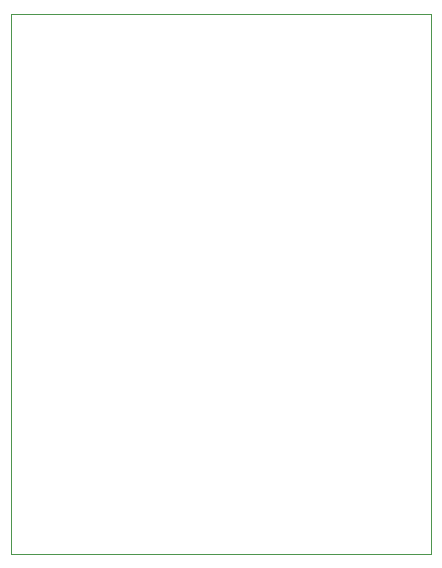
<source format=gbr>
G04 (created by PCBNEW (2013-may-18)-stable) date Wed 08 Oct 2014 11:37:39 BST*
%MOIN*%
G04 Gerber Fmt 3.4, Leading zero omitted, Abs format*
%FSLAX34Y34*%
G01*
G70*
G90*
G04 APERTURE LIST*
%ADD10C,0.00590551*%
%ADD11C,0.00393701*%
G04 APERTURE END LIST*
G54D10*
G54D11*
X144500Y-89000D02*
X144500Y-87500D01*
X158500Y-89000D02*
X158500Y-87500D01*
X158000Y-105500D02*
X158500Y-105500D01*
X158000Y-87500D02*
X158500Y-87500D01*
X144500Y-105500D02*
X144500Y-89000D01*
X158000Y-105500D02*
X144500Y-105500D01*
X158500Y-89000D02*
X158500Y-105500D01*
X144500Y-87500D02*
X158000Y-87500D01*
M02*

</source>
